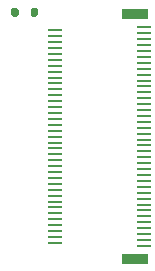
<source format=gbp>
G04 #@! TF.GenerationSoftware,KiCad,Pcbnew,5.1.8*
G04 #@! TF.CreationDate,2021-01-05T10:04:31+01:00*
G04 #@! TF.ProjectId,pislice,7069736c-6963-4652-9e6b-696361645f70,rev?*
G04 #@! TF.SameCoordinates,Original*
G04 #@! TF.FileFunction,Paste,Bot*
G04 #@! TF.FilePolarity,Positive*
%FSLAX46Y46*%
G04 Gerber Fmt 4.6, Leading zero omitted, Abs format (unit mm)*
G04 Created by KiCad (PCBNEW 5.1.8) date 2021-01-05 10:04:31*
%MOMM*%
%LPD*%
G01*
G04 APERTURE LIST*
%ADD10R,2.200000X0.960000*%
%ADD11R,1.240000X0.240000*%
G04 APERTURE END LIST*
D10*
G04 #@! TO.C,U1*
X176500000Y-71050000D03*
X176500000Y-91750000D03*
D11*
X177275000Y-72150000D03*
X169725000Y-72400000D03*
X177275000Y-72650000D03*
X169725000Y-72900000D03*
X177275000Y-73150000D03*
X169725000Y-73400000D03*
X177275000Y-73650000D03*
X169725000Y-73900000D03*
X177275000Y-74150000D03*
X169725000Y-74400000D03*
X177275000Y-74650000D03*
X169725000Y-74900000D03*
X177275000Y-75150000D03*
X169725000Y-75400000D03*
X177275000Y-75650000D03*
X169725000Y-75900000D03*
X177275000Y-76150000D03*
X169725000Y-76400000D03*
X177275000Y-76650000D03*
X169725000Y-76900000D03*
X177275000Y-77150000D03*
X169725000Y-77400000D03*
X177275000Y-77650000D03*
X169725000Y-77900000D03*
X177275000Y-78150000D03*
X169725000Y-78400000D03*
X177275000Y-78650000D03*
X169725000Y-78900000D03*
X177275000Y-79150000D03*
X169725000Y-79400000D03*
X177275000Y-79650000D03*
X169725000Y-79900000D03*
X177275000Y-80150000D03*
X169725000Y-80400000D03*
X177275000Y-80650000D03*
X169725000Y-80900000D03*
X177275000Y-81150000D03*
X169725000Y-81400000D03*
X177275000Y-81650000D03*
X169725000Y-81900000D03*
X177275000Y-82150000D03*
X169725000Y-82400000D03*
X177275000Y-82650000D03*
X169725000Y-82900000D03*
X177275000Y-83150000D03*
X169725000Y-83400000D03*
X177275000Y-83650000D03*
X169725000Y-83900000D03*
X177275000Y-84150000D03*
X169725000Y-84400000D03*
X177275000Y-84650000D03*
X169725000Y-84900000D03*
X177275000Y-85150000D03*
X169725000Y-85400000D03*
X177275000Y-85650000D03*
X169725000Y-85900000D03*
X177275000Y-88150000D03*
X169725000Y-88400000D03*
X177275000Y-88650000D03*
X169725000Y-88900000D03*
X177275000Y-89150000D03*
X169725000Y-89400000D03*
X177275000Y-89650000D03*
X169725000Y-89900000D03*
X177275000Y-90150000D03*
X169725000Y-90400000D03*
X177275000Y-90650000D03*
X169725000Y-87900000D03*
X169725000Y-87400000D03*
X169725000Y-86900000D03*
X169725000Y-86400000D03*
X177275000Y-87650000D03*
X177275000Y-87150000D03*
X177275000Y-86650000D03*
X177275000Y-86150000D03*
G04 #@! TD*
G04 #@! TO.C,R5*
G36*
G01*
X166627000Y-70646000D02*
X166627000Y-71086000D01*
G75*
G02*
X166467000Y-71246000I-160000J0D01*
G01*
X166147000Y-71246000D01*
G75*
G02*
X165987000Y-71086000I0J160000D01*
G01*
X165987000Y-70646000D01*
G75*
G02*
X166147000Y-70486000I160000J0D01*
G01*
X166467000Y-70486000D01*
G75*
G02*
X166627000Y-70646000I0J-160000D01*
G01*
G37*
G36*
G01*
X168277000Y-70646000D02*
X168277000Y-71086000D01*
G75*
G02*
X168117000Y-71246000I-160000J0D01*
G01*
X167797000Y-71246000D01*
G75*
G02*
X167637000Y-71086000I0J160000D01*
G01*
X167637000Y-70646000D01*
G75*
G02*
X167797000Y-70486000I160000J0D01*
G01*
X168117000Y-70486000D01*
G75*
G02*
X168277000Y-70646000I0J-160000D01*
G01*
G37*
G04 #@! TD*
M02*

</source>
